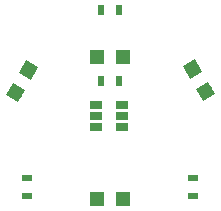
<source format=gbr>
G04 #@! TF.GenerationSoftware,KiCad,Pcbnew,(5.0.0)*
G04 #@! TF.CreationDate,2018-09-04T17:15:42+01:00*
G04 #@! TF.ProjectId,BlinkIR,426C696E6B49522E6B696361645F7063,rev?*
G04 #@! TF.SameCoordinates,Original*
G04 #@! TF.FileFunction,Paste,Top*
G04 #@! TF.FilePolarity,Positive*
%FSLAX46Y46*%
G04 Gerber Fmt 4.6, Leading zero omitted, Abs format (unit mm)*
G04 Created by KiCad (PCBNEW (5.0.0)) date 09/04/18 17:15:42*
%MOMM*%
%LPD*%
G01*
G04 APERTURE LIST*
%ADD10R,1.200000X1.200000*%
%ADD11R,0.500000X0.900000*%
%ADD12R,0.900000X0.500000*%
%ADD13R,1.060000X0.650000*%
%ADD14C,1.200000*%
%ADD15C,0.100000*%
G04 APERTURE END LIST*
D10*
G04 #@! TO.C,D1*
X182900000Y-62000000D03*
X185100000Y-62000000D03*
G04 #@! TD*
D11*
G04 #@! TO.C,R1*
X184750000Y-64000000D03*
X183250000Y-64000000D03*
G04 #@! TD*
D12*
G04 #@! TO.C,R2*
X177000000Y-73750000D03*
X177000000Y-72250000D03*
G04 #@! TD*
G04 #@! TO.C,R3*
X191000000Y-73750000D03*
X191000000Y-72250000D03*
G04 #@! TD*
D11*
G04 #@! TO.C,R4*
X183250000Y-58000000D03*
X184750000Y-58000000D03*
G04 #@! TD*
D13*
G04 #@! TO.C,U1*
X182800000Y-67000000D03*
X182800000Y-67950000D03*
X182800000Y-66050000D03*
X185000000Y-66050000D03*
X185000000Y-67000000D03*
X185000000Y-67950000D03*
G04 #@! TD*
D14*
G04 #@! TO.C,D2*
X192100000Y-64905256D03*
D15*
G36*
X191280385Y-64685641D02*
X192319615Y-64085641D01*
X192919615Y-65124871D01*
X191880385Y-65724871D01*
X191280385Y-64685641D01*
X191280385Y-64685641D01*
G37*
D14*
X191000000Y-63000000D03*
D15*
G36*
X190180385Y-62780385D02*
X191219615Y-62180385D01*
X191819615Y-63219615D01*
X190780385Y-63819615D01*
X190180385Y-62780385D01*
X190180385Y-62780385D01*
G37*
G04 #@! TD*
D10*
G04 #@! TO.C,D3*
X185100000Y-74000000D03*
X182900000Y-74000000D03*
G04 #@! TD*
D14*
G04 #@! TO.C,D4*
X176000000Y-65000000D03*
D15*
G36*
X175780385Y-64180385D02*
X176819615Y-64780385D01*
X176219615Y-65819615D01*
X175180385Y-65219615D01*
X175780385Y-64180385D01*
X175780385Y-64180385D01*
G37*
D14*
X177100000Y-63094744D03*
D15*
G36*
X176880385Y-62275129D02*
X177919615Y-62875129D01*
X177319615Y-63914359D01*
X176280385Y-63314359D01*
X176880385Y-62275129D01*
X176880385Y-62275129D01*
G37*
G04 #@! TD*
M02*

</source>
